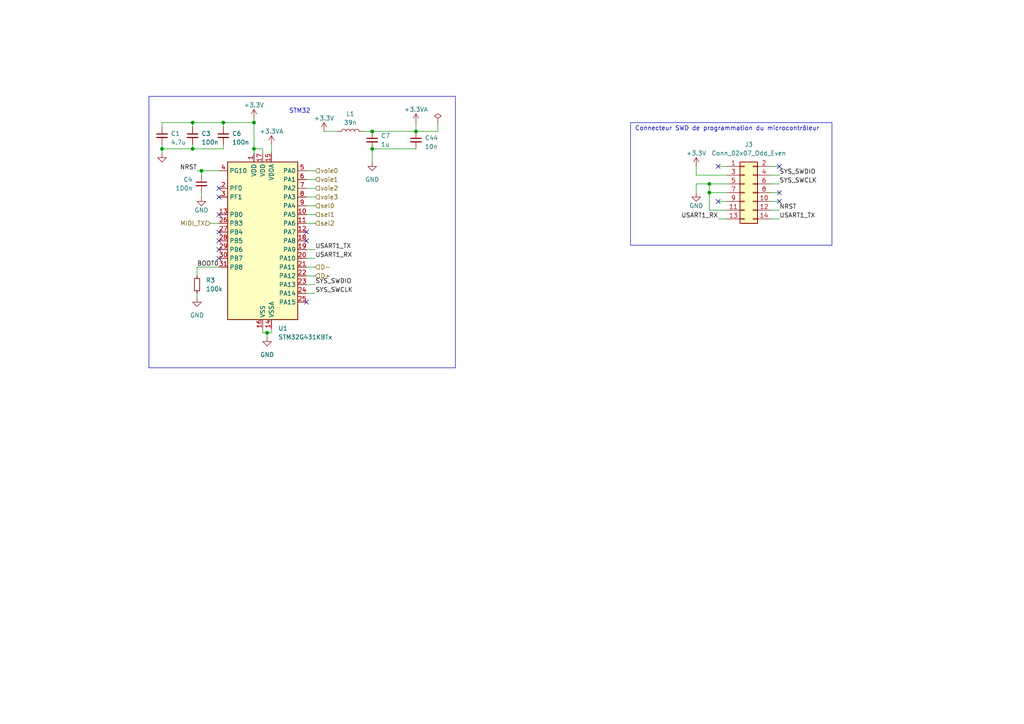
<source format=kicad_sch>
(kicad_sch (version 20230121) (generator eeschema)
  (paper "A4")
  (lib_symbols
    (symbol "Connector_Generic:Conn_02x07_Odd_Even" (pin_names (offset 1.016) hide)
      (property "Reference" "J" (at 1.27 10.16 0))
      (property "Value" "Conn_02x07_Odd_Even" (at 1.27 -10.16 0))
      (symbol "Conn_02x07_Odd_Even_1_1"
        (rectangle (start -1.27 -7.493) (end 0 -7.747) (stroke (width 0.1524)))
        (rectangle (start -1.27 -4.953) (end 0 -5.207) (stroke (width 0.1524)))
        (rectangle (start -1.27 -2.413) (end 0 -2.667) (stroke (width 0.1524)))
        (rectangle (start -1.27 0.127) (end 0 -0.127) (stroke (width 0.1524)))
        (rectangle (start -1.27 2.667) (end 0 2.413) (stroke (width 0.1524)))
        (rectangle (start -1.27 5.207) (end 0 4.953) (stroke (width 0.1524)))
        (rectangle (start -1.27 7.747) (end 0 7.493) (stroke (width 0.1524)))
        (rectangle (start -1.27 8.89) (end 3.81 -8.89) (stroke (width 0.254)) (fill (type background)))
        (rectangle (start 3.81 -7.493) (end 2.54 -7.747) (stroke (width 0.1524)))
        (rectangle (start 3.81 -4.953) (end 2.54 -5.207) (stroke (width 0.1524)))
        (rectangle (start 3.81 -2.413) (end 2.54 -2.667) (stroke (width 0.1524)))
        (rectangle (start 3.81 0.127) (end 2.54 -0.127) (stroke (width 0.1524)))
        (rectangle (start 3.81 2.667) (end 2.54 2.413) (stroke (width 0.1524)))
        (rectangle (start 3.81 5.207) (end 2.54 4.953) (stroke (width 0.1524)))
        (rectangle (start 3.81 7.747) (end 2.54 7.493) (stroke (width 0.1524)))
        (pin passive line (at -5.08 7.62 0) (length 3.81) (name "Pin_1") (number "1"))
        (pin passive line (at 7.62 -2.54 180) (length 3.81) (name "Pin_10") (number "10"))
        (pin passive line (at -5.08 -5.08 0) (length 3.81) (name "Pin_11") (number "11"))
        (pin passive line (at 7.62 -5.08 180) (length 3.81) (name "Pin_12") (number "12"))
        (pin passive line (at -5.08 -7.62 0) (length 3.81) (name "Pin_13") (number "13"))
        (pin passive line (at 7.62 -7.62 180) (length 3.81) (name "Pin_14") (number "14"))
        (pin passive line (at 7.62 7.62 180) (length 3.81) (name "Pin_2") (number "2"))
        (pin passive line (at -5.08 5.08 0) (length 3.81) (name "Pin_3") (number "3"))
        (pin passive line (at 7.62 5.08 180) (length 3.81) (name "Pin_4") (number "4"))
        (pin passive line (at -5.08 2.54 0) (length 3.81) (name "Pin_5") (number "5"))
        (pin passive line (at 7.62 2.54 180) (length 3.81) (name "Pin_6") (number "6"))
        (pin passive line (at -5.08 0 0) (length 3.81) (name "Pin_7") (number "7"))
        (pin passive line (at 7.62 0 180) (length 3.81) (name "Pin_8") (number "8"))
        (pin passive line (at -5.08 -2.54 0) (length 3.81) (name "Pin_9") (number "9"))
      )
    )
    (symbol "Device:C_Small" (pin_numbers hide) (pin_names (offset 0.254) hide)
      (property "Reference" "C" (at 0.254 1.778 0))
      (property "Value" "C_Small" (at 0.254 -2.032 0))
      (symbol "C_Small_0_1"
        (polyline (pts (xy -1.524 -0.508) (xy 1.524 -0.508)) (stroke (width 0.3302)))
        (polyline (pts (xy -1.524 0.508) (xy 1.524 0.508)) (stroke (width 0.3048)))
      )
      (symbol "C_Small_1_1"
        (pin passive line (at 0 2.54 270) (length 2.032) (name "~") (number "1"))
        (pin passive line (at 0 -2.54 90) (length 2.032) (name "~") (number "2"))
      )
    )
    (symbol "Device:L" (pin_numbers hide) (pin_names (offset 1.016) hide)
      (property "Reference" "L" (at -1.27 0 90))
      (property "Value" "L" (at 1.905 0 90))
      (symbol "L_0_1"
        (arc (start 0 -2.54) (mid 0.6323 -1.905) (end 0 -1.27))
        (arc (start 0 -1.27) (mid 0.6323 -0.635) (end 0 0))
        (arc (start 0 0) (mid 0.6323 0.635) (end 0 1.27))
        (arc (start 0 1.27) (mid 0.6323 1.905) (end 0 2.54))
      )
      (symbol "L_1_1"
        (pin passive line (at 0 3.81 270) (length 1.27) (name "1") (number "1"))
        (pin passive line (at 0 -3.81 90) (length 1.27) (name "2") (number "2"))
      )
    )
    (symbol "Device:R_Small" (pin_numbers hide) (pin_names (offset 0.254) hide)
      (property "Reference" "R" (at 0.762 0.508 0))
      (property "Value" "R_Small" (at 0.762 -1.016 0))
      (symbol "R_Small_0_1"
        (rectangle (start -0.762 1.778) (end 0.762 -1.778) (stroke (width 0.2032)))
      )
      (symbol "R_Small_1_1"
        (pin passive line (at 0 2.54 270) (length 0.762) (name "~") (number "1"))
        (pin passive line (at 0 -2.54 90) (length 0.762) (name "~") (number "2"))
      )
    )
    (symbol "MCU_ST_STM32G4:STM32G431KBTx"
      (property "Reference" "U" (at -10.16 24.13 0))
      (property "Value" "STM32G431KBTx" (at 5.08 24.13 0))
      (symbol "STM32G431KBTx_0_1"
        (rectangle (start -10.16 -22.86) (end 10.16 22.86) (stroke (width 0.254)) (fill (type background)))
      )
      (symbol "STM32G431KBTx_1_1"
        (pin power_in line (at -2.54 25.4 270) (length 2.54) (name "VDD") (number "1"))
        (pin bidirectional line (at 12.7 7.62 180) (length 2.54) (name "PA5") (number "10"))
        (pin bidirectional line (at 12.7 5.08 180) (length 2.54) (name "PA6") (number "11"))
        (pin bidirectional line (at 12.7 2.54 180) (length 2.54) (name "PA7") (number "12"))
        (pin bidirectional line (at -12.7 7.62 0) (length 2.54) (name "PB0") (number "13"))
        (pin power_in line (at 2.54 -25.4 90) (length 2.54) (name "VSSA") (number "14"))
        (pin power_in line (at 2.54 25.4 270) (length 2.54) (name "VDDA") (number "15"))
        (pin power_in line (at 0 -25.4 90) (length 2.54) (name "VSS") (number "16"))
        (pin power_in line (at 0 25.4 270) (length 2.54) (name "VDD") (number "17"))
        (pin bidirectional line (at 12.7 0 180) (length 2.54) (name "PA8") (number "18"))
        (pin bidirectional line (at 12.7 -2.54 180) (length 2.54) (name "PA9") (number "19"))
        (pin bidirectional line (at -12.7 15.24 0) (length 2.54) (name "PF0") (number "2"))
        (pin bidirectional line (at 12.7 -5.08 180) (length 2.54) (name "PA10") (number "20"))
        (pin bidirectional line (at 12.7 -7.62 180) (length 2.54) (name "PA11") (number "21"))
        (pin bidirectional line (at 12.7 -10.16 180) (length 2.54) (name "PA12") (number "22"))
        (pin bidirectional line (at 12.7 -12.7 180) (length 2.54) (name "PA13") (number "23"))
        (pin bidirectional line (at 12.7 -15.24 180) (length 2.54) (name "PA14") (number "24"))
        (pin bidirectional line (at 12.7 -17.78 180) (length 2.54) (name "PA15") (number "25"))
        (pin bidirectional line (at -12.7 5.08 0) (length 2.54) (name "PB3") (number "26"))
        (pin bidirectional line (at -12.7 2.54 0) (length 2.54) (name "PB4") (number "27"))
        (pin bidirectional line (at -12.7 0 0) (length 2.54) (name "PB5") (number "28"))
        (pin bidirectional line (at -12.7 -2.54 0) (length 2.54) (name "PB6") (number "29"))
        (pin bidirectional line (at -12.7 12.7 0) (length 2.54) (name "PF1") (number "3"))
        (pin bidirectional line (at -12.7 -5.08 0) (length 2.54) (name "PB7") (number "30"))
        (pin bidirectional line (at -12.7 -7.62 0) (length 2.54) (name "PB8") (number "31"))
        (pin passive line (at 0 -25.4 90) (length 2.54) hide (name "VSS") (number "32"))
        (pin bidirectional line (at -12.7 20.32 0) (length 2.54) (name "PG10") (number "4"))
        (pin bidirectional line (at 12.7 20.32 180) (length 2.54) (name "PA0") (number "5"))
        (pin bidirectional line (at 12.7 17.78 180) (length 2.54) (name "PA1") (number "6"))
        (pin bidirectional line (at 12.7 15.24 180) (length 2.54) (name "PA2") (number "7"))
        (pin bidirectional line (at 12.7 12.7 180) (length 2.54) (name "PA3") (number "8"))
        (pin bidirectional line (at 12.7 10.16 180) (length 2.54) (name "PA4") (number "9"))
      )
    )
    (symbol "power:+3.3V" (power) (pin_names (offset 0))
      (property "Value" "+3.3V" (at 0 3.556 0))
      (symbol "+3.3V_0_1"
        (polyline (pts (xy -0.762 1.27) (xy 0 2.54)))
        (polyline (pts (xy 0 0) (xy 0 2.54)))
        (polyline (pts (xy 0 2.54) (xy 0.762 1.27)))
      )
      (symbol "+3.3V_1_1"
        (pin power_in line (at 0 0 90) (length 0) hide (name "+3.3V") (number "1"))
      )
    )
    (symbol "power:+3.3VA" (power) (pin_names (offset 0))
      (property "Value" "+3.3VA" (at 0 3.556 0))
      (symbol "+3.3VA_0_1"
        (polyline (pts (xy -0.762 1.27) (xy 0 2.54)))
        (polyline (pts (xy 0 0) (xy 0 2.54)))
        (polyline (pts (xy 0 2.54) (xy 0.762 1.27)))
      )
      (symbol "+3.3VA_1_1"
        (pin power_in line (at 0 0 90) (length 0) hide (name "+3.3VA") (number "1"))
      )
    )
    (symbol "power:GND" (power) (pin_names (offset 0))
      (property "Value" "GND" (at 0 -3.81 0))
      (symbol "GND_0_1"
        (polyline (pts (xy 0 0) (xy 0 -1.27) (xy 1.27 -1.27) (xy 0 -2.54) (xy -1.27 -1.27) (xy 0 -1.27)))
      )
      (symbol "GND_1_1"
        (pin power_in line (at 0 0 270) (length 0) hide (name "GND") (number "1"))
      )
    )
    (symbol "power:PWR_FLAG" (power) (pin_numbers hide) (pin_names (offset 0) hide)
      (property "Value" "PWR_FLAG" (at 0 3.81 0))
      (symbol "PWR_FLAG_0_0"
        (pin power_out line (at 0 0 90) (length 0) (name "pwr") (number "1"))
      )
      (symbol "PWR_FLAG_0_1"
        (polyline (pts (xy 0 0) (xy 0 1.27) (xy -1.016 1.905) (xy 0 2.54) (xy 1.016 1.905) (xy 0 1.27)))
      )
    )
  )
  (junction (at 46.99 43.18))
  (junction (at 55.88 35.56))
  (junction (at 64.77 35.56))
  (junction (at 205.74 55.88))
  (junction (at 55.88 43.18))
  (junction (at 58.42 49.53))
  (junction (at 73.66 43.18))
  (junction (at 107.95 43.18))
  (junction (at 73.66 35.56))
  (junction (at 77.47 96.52))
  (junction (at 205.74 53.34))
  (junction (at 107.95 38.1))
  (junction (at 120.65 38.1))
  (no_connect (at 63.5 57.15))
  (no_connect (at 63.5 72.39))
  (no_connect (at 226.06 58.42))
  (no_connect (at 208.28 48.26))
  (no_connect (at 226.06 48.26))
  (no_connect (at 63.5 67.31))
  (no_connect (at 88.9 67.31))
  (no_connect (at 226.06 55.88))
  (no_connect (at 63.5 62.23))
  (no_connect (at 63.5 74.93))
  (no_connect (at 208.28 58.42))
  (no_connect (at 88.9 87.63))
  (no_connect (at 63.5 69.85))
  (no_connect (at 88.9 69.85))
  (no_connect (at 63.5 54.61))
  (wire (pts (xy 205.74 55.88) (xy 210.82 55.88)))
  (wire (pts (xy 201.93 48.26) (xy 201.93 50.8)))
  (wire (pts (xy 88.9 64.77) (xy 91.44 64.77)))
  (wire (pts (xy 73.66 43.18) (xy 73.66 35.56)))
  (wire (pts (xy 223.52 60.96) (xy 226.06 60.96)))
  (wire (pts (xy 46.99 35.56) (xy 46.99 36.83)))
  (wire (pts (xy 88.9 57.15) (xy 91.44 57.15)))
  (wire (pts (xy 88.9 54.61) (xy 91.44 54.61)))
  (wire (pts (xy 205.74 60.96) (xy 205.74 55.88)))
  (wire (pts (xy 127 35.56) (xy 127 38.1)))
  (wire (pts (xy 223.52 50.8) (xy 226.06 50.8)))
  (wire (pts (xy 73.66 43.18) (xy 76.2 43.18)))
  (wire (pts (xy 55.88 41.91) (xy 55.88 43.18)))
  (wire (pts (xy 105.41 38.1) (xy 107.95 38.1)))
  (wire (pts (xy 76.2 95.25) (xy 76.2 96.52)))
  (wire (pts (xy 58.42 49.53) (xy 63.5 49.53)))
  (wire (pts (xy 205.74 55.88) (xy 205.74 53.34)))
  (wire (pts (xy 55.88 43.18) (xy 64.77 43.18)))
  (wire (pts (xy 57.15 85.09) (xy 57.15 86.36)))
  (wire (pts (xy 57.15 80.01) (xy 57.15 77.47)))
  (wire (pts (xy 60.96 64.77) (xy 63.5 64.77)))
  (wire (pts (xy 88.9 59.69) (xy 91.44 59.69)))
  (wire (pts (xy 223.52 63.5) (xy 226.06 63.5)))
  (wire (pts (xy 210.82 60.96) (xy 205.74 60.96)))
  (wire (pts (xy 76.2 96.52) (xy 77.47 96.52)))
  (wire (pts (xy 223.52 58.42) (xy 226.06 58.42)))
  (wire (pts (xy 120.65 35.56) (xy 120.65 38.1)))
  (wire (pts (xy 88.9 82.55) (xy 91.44 82.55)))
  (wire (pts (xy 77.47 96.52) (xy 78.74 96.52)))
  (wire (pts (xy 78.74 96.52) (xy 78.74 95.25)))
  (wire (pts (xy 107.95 38.1) (xy 120.65 38.1)))
  (wire (pts (xy 73.66 44.45) (xy 73.66 43.18)))
  (wire (pts (xy 127 38.1) (xy 120.65 38.1)))
  (wire (pts (xy 64.77 43.18) (xy 64.77 41.91)))
  (wire (pts (xy 208.28 48.26) (xy 210.82 48.26)))
  (wire (pts (xy 107.95 43.18) (xy 107.95 46.99)))
  (wire (pts (xy 57.15 77.47) (xy 63.5 77.47)))
  (wire (pts (xy 88.9 85.09) (xy 91.44 85.09)))
  (wire (pts (xy 88.9 62.23) (xy 91.44 62.23)))
  (wire (pts (xy 58.42 49.53) (xy 58.42 50.8)))
  (wire (pts (xy 107.95 43.18) (xy 120.65 43.18)))
  (wire (pts (xy 208.28 63.5) (xy 210.82 63.5)))
  (wire (pts (xy 57.15 49.53) (xy 58.42 49.53)))
  (wire (pts (xy 46.99 43.18) (xy 55.88 43.18)))
  (wire (pts (xy 76.2 44.45) (xy 76.2 43.18)))
  (wire (pts (xy 201.93 50.8) (xy 210.82 50.8)))
  (wire (pts (xy 64.77 35.56) (xy 55.88 35.56)))
  (wire (pts (xy 55.88 35.56) (xy 46.99 35.56)))
  (wire (pts (xy 73.66 35.56) (xy 64.77 35.56)))
  (wire (pts (xy 46.99 43.18) (xy 46.99 44.45)))
  (wire (pts (xy 201.93 53.34) (xy 205.74 53.34)))
  (wire (pts (xy 88.9 72.39) (xy 91.44 72.39)))
  (wire (pts (xy 223.52 48.26) (xy 226.06 48.26)))
  (wire (pts (xy 77.47 96.52) (xy 77.47 97.79)))
  (wire (pts (xy 88.9 52.07) (xy 91.44 52.07)))
  (wire (pts (xy 205.74 53.34) (xy 210.82 53.34)))
  (wire (pts (xy 88.9 77.47) (xy 91.44 77.47)))
  (wire (pts (xy 93.98 38.1) (xy 97.79 38.1)))
  (wire (pts (xy 223.52 53.34) (xy 226.06 53.34)))
  (wire (pts (xy 88.9 80.01) (xy 91.44 80.01)))
  (wire (pts (xy 46.99 41.91) (xy 46.99 43.18)))
  (wire (pts (xy 58.42 55.88) (xy 58.42 57.15)))
  (wire (pts (xy 55.88 35.56) (xy 55.88 36.83)))
  (wire (pts (xy 64.77 35.56) (xy 64.77 36.83)))
  (wire (pts (xy 78.74 44.45) (xy 78.74 41.91)))
  (wire (pts (xy 201.93 53.34) (xy 201.93 55.88)))
  (wire (pts (xy 73.66 34.29) (xy 73.66 35.56)))
  (wire (pts (xy 208.28 58.42) (xy 210.82 58.42)))
  (wire (pts (xy 88.9 49.53) (xy 91.44 49.53)))
  (wire (pts (xy 223.52 55.88) (xy 226.06 55.88)))
  (wire (pts (xy 88.9 74.93) (xy 91.44 74.93)))
  (rectangle (start 43.18 27.94) (end 132.08 106.68))
  (rectangle (start 182.88 35.56) (end 241.3 71.12))
  (text "STM32" (at 83.82 33.02 0) (effects (font (size 1.27 1.27)) (justify left bottom)))
  (text "Connecteur SWD de programmation du microcontrôleur" (at 184.15 38.1 0) (effects (font (size 1.27 1.27)) (justify left bottom)))
  (label "SYS_SWCLK" (at 226.06 53.34 0))
  (label "SYS_SWDIO" (at 91.44 82.55 0))
  (label "SYS_SWDIO" (at 226.06 50.8 0))
  (label "SYS_SWCLK" (at 91.44 85.09 0))
  (label "NRST" (at 57.15 49.53 180))
  (label "USART1_RX" (at 91.44 74.93 0))
  (label "USART1_TX" (at 226.06 63.5 0))
  (label "USART1_RX" (at 208.28 63.5 180))
  (label "USART1_TX" (at 91.44 72.39 0))
  (label "BOOT0" (at 57.15 77.47 0))
  (label "NRST" (at 226.06 60.96 0))
  (hierarchical_label "sel2" (shape input) (at 91.44 64.77 0))
  (hierarchical_label "sel0" (shape input) (at 91.44 59.69 0))
  (hierarchical_label "sel1" (shape input) (at 91.44 62.23 0))
  (hierarchical_label "D+" (shape input) (at 91.44 80.01 0))
  (hierarchical_label "voie2" (shape input) (at 91.44 54.61 0))
  (hierarchical_label "voie1" (shape input) (at 91.44 52.07 0))
  (hierarchical_label "D-" (shape input) (at 91.44 77.47 0))
  (hierarchical_label "voie3" (shape input) (at 91.44 57.15 0))
  (hierarchical_label "MIDI_TX" (shape input) (at 60.96 64.77 180))
  (hierarchical_label "voie0" (shape input) (at 91.44 49.53 0))
  (symbol (lib_id "power:+3.3V") (at 201.93 48.26 0) (unit 1)
    (property "Reference" "#PWR043" (effects hide))
    (property "Value" "+3.3V" (at 201.93 44.45 0))
  )
  (symbol (lib_id "Device:C_Small") (at 64.77 39.37 0) (unit 1)
    (property "Reference" "C6" (at 67.31 38.7413 0) (effects (justify left)))
    (property "Value" "100n" (at 67.31 41.2813 0) (effects (justify left)))
    (property "Footprint" "Capacitor_SMD:C_0603_1608Metric" (effects hide))
  )
  (symbol (lib_id "Device:L") (at 101.6 38.1 90) (unit 1)
    (property "Reference" "L1" (at 101.6 33.02 90))
    (property "Value" "39n" (at 101.6 35.56 90))
    (property "Footprint" "Inductor_SMD:L_0805_2012Metric" (effects hide))
  )
  (symbol (lib_id "Device:C_Small") (at 55.88 39.37 0) (unit 1)
    (property "Reference" "C3" (at 58.42 38.7413 0) (effects (justify left)))
    (property "Value" "100n" (at 58.42 41.2813 0) (effects (justify left)))
    (property "Footprint" "Capacitor_SMD:C_0603_1608Metric" (effects hide))
  )
  (symbol (lib_id "MCU_ST_STM32G4:STM32G431KBTx") (at 76.2 69.85 0) (unit 1)
    (property "Reference" "U1" (at 80.6959 95.25 0) (effects (justify left)))
    (property "Value" "STM32G431KBTx" (at 80.6959 97.79 0) (effects (justify left)))
    (property "Footprint" "Package_QFP:LQFP-32_7x7mm_P0.8mm" (effects hide))
    (property "Datasheet" "https://www.st.com/resource/en/datasheet/stm32g431kb.pdf" (effects hide))
  )
  (symbol (lib_id "power:PWR_FLAG") (at 127 35.56 0) (unit 1)
    (property "Reference" "#FLG03" (effects hide))
    (property "Value" "PWR_FLAG" (effects hide))
  )
  (symbol (lib_id "power:GND") (at 57.15 86.36 0) (unit 1)
    (property "Reference" "#PWR04" (effects hide))
    (property "Value" "GND" (at 57.15 91.44 0))
  )
  (symbol (lib_id "Device:C_Small") (at 107.95 40.64 0) (unit 1)
    (property "Reference" "C7" (at 110.49 39.3763 0) (effects (justify left)))
    (property "Value" "1u" (at 110.49 41.9163 0) (effects (justify left)))
    (property "Footprint" "Capacitor_SMD:C_0603_1608Metric" (effects hide))
  )
  (symbol (lib_id "power:GND") (at 201.93 55.88 0) (unit 1)
    (property "Reference" "#PWR044" (effects hide))
    (property "Value" "GND" (at 201.93 59.69 0))
  )
  (symbol (lib_id "power:+3.3VA") (at 120.65 35.56 0) (unit 1)
    (property "Reference" "#PWR046" (effects hide))
    (property "Value" "+3.3VA" (at 120.65 31.75 0))
  )
  (symbol (lib_id "Device:R_Small") (at 57.15 82.55 0) (unit 1)
    (property "Reference" "R3" (at 59.69 81.28 0) (effects (justify left)))
    (property "Value" "100k" (at 59.69 83.82 0) (effects (justify left)))
    (property "Footprint" "Resistor_SMD:R_0603_1608Metric" (effects hide))
  )
  (symbol (lib_id "power:+3.3V") (at 73.66 34.29 0) (unit 1)
    (property "Reference" "#PWR07" (effects hide))
    (property "Value" "+3.3V" (at 73.66 30.48 0))
  )
  (symbol (lib_id "power:GND") (at 77.47 97.79 0) (unit 1)
    (property "Reference" "#PWR08" (effects hide))
    (property "Value" "GND" (at 77.47 102.87 0))
  )
  (symbol (lib_id "Device:C_Small") (at 58.42 53.34 0) (mirror y) (unit 1)
    (property "Reference" "C4" (at 55.88 52.0763 0) (effects (justify left)))
    (property "Value" "100n" (at 55.88 54.61 0) (effects (justify left)))
    (property "Footprint" "Capacitor_SMD:C_0603_1608Metric" (effects hide))
  )
  (symbol (lib_id "Device:C_Small") (at 46.99 39.37 0) (unit 1)
    (property "Reference" "C1" (at 49.53 38.7413 0) (effects (justify left)))
    (property "Value" "4.7u" (at 49.53 41.2813 0) (effects (justify left)))
    (property "Footprint" "Capacitor_SMD:C_0603_1608Metric" (effects hide))
  )
  (symbol (lib_id "Device:C_Small") (at 120.65 40.64 0) (unit 1)
    (property "Reference" "C44" (at 123.19 40.0113 0) (effects (justify left)))
    (property "Value" "10n" (at 123.19 42.5513 0) (effects (justify left)))
    (property "Footprint" "Capacitor_SMD:C_0603_1608Metric" (effects hide))
  )
  (symbol (lib_id "power:GND") (at 107.95 46.99 0) (unit 1)
    (property "Reference" "#PWR045" (effects hide))
    (property "Value" "GND" (at 107.95 52.07 0))
  )
  (symbol (lib_id "power:+3.3VA") (at 78.74 41.91 0) (unit 1)
    (property "Reference" "#PWR09" (effects hide))
    (property "Value" "+3.3VA" (at 78.74 38.1 0))
  )
  (symbol (lib_id "power:GND") (at 58.42 57.15 0) (mirror y) (unit 1)
    (property "Reference" "#PWR05" (effects hide))
    (property "Value" "GND" (at 58.42 60.96 0))
  )
  (symbol (lib_id "Connector_Generic:Conn_02x07_Odd_Even") (at 215.9 55.88 0) (unit 1)
    (property "Reference" "J3" (at 217.17 41.91 0))
    (property "Value" "Conn_02x07_Odd_Even" (at 217.17 44.45 0))
    (property "Footprint" "Connector_PinHeader_1.27mm:PinHeader_2x07_P1.27mm_Vertical_SMD" (effects hide))
  )
  (symbol (lib_id "power:GND") (at 46.99 44.45 0) (unit 1)
    (property "Reference" "#PWR01" (effects hide))
    (property "Value" "GND" (effects hide))
  )
  (symbol (lib_id "power:+3.3V") (at 93.98 38.1 0) (unit 1)
    (property "Reference" "#PWR012" (effects hide))
    (property "Value" "+3.3V" (at 93.98 34.29 0))
  )
)
</source>
